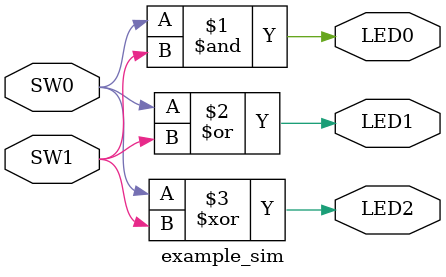
<source format=v>
module example_sim (
    input SW0,
    input SW1,
    output LED0,
    output LED1,
    output LED2
);

    assign LED0 = SW0 & SW1;   // AND gate
    assign LED1 = SW0 | SW1;   // OR gate
    assign LED2 = SW0 ^ SW1;   // XOR gate

endmodule

</source>
